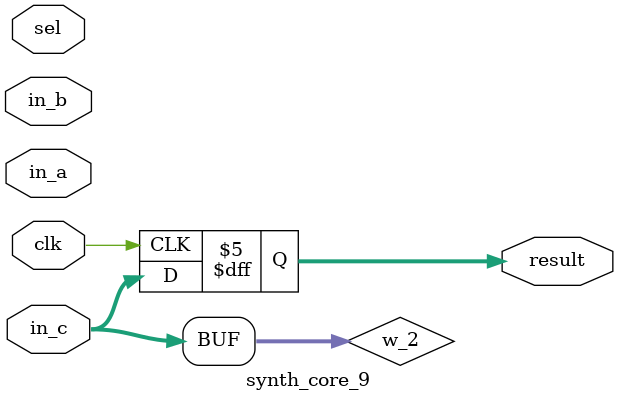
<source format=v>
module synth_core_9 (
    input clk,
    input [31:0] in_a,
    input [31:0] in_b,
    input [31:0] in_c,
    input sel,
    output reg [31:0] result
);

    wire [31:0] w_0;
    assign w_0 = in_c * in_c;
    wire [31:0] w_1;
    assign w_1 = in_c ^ w_0;
    wire [31:0] w_2;
    assign w_2 = sel ? in_c : in_c;

    always @(posedge clk) begin
        result <= w_2;
    end

endmodule
</source>
